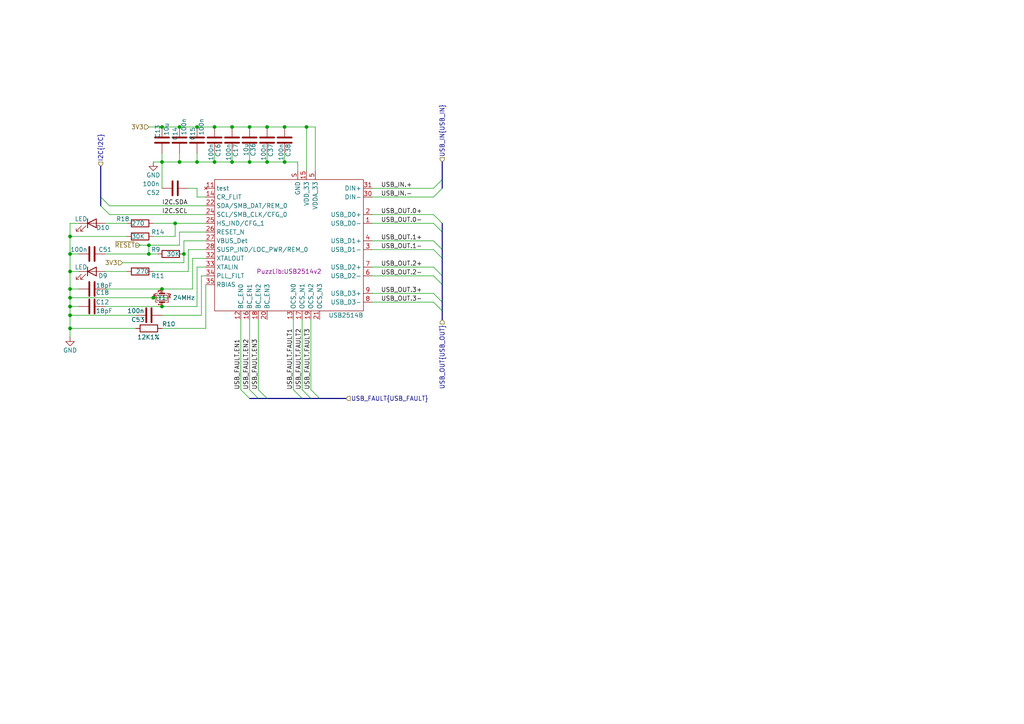
<source format=kicad_sch>
(kicad_sch (version 20250114) (generator "eeschema") (generator_version "9.0")
  (paper "A4")
  (lib_symbols
    (symbol "Device:C" (pin_numbers (hide yes)) (pin_names (offset 0.254))
      (property "Reference" "C" (at 0.635 2.54 0))
      (property "Value" "C" (at 0.635 -2.54 0))
      (symbol "C_0_1"
        (polyline (pts (xy -2.032 0.762) (xy 2.032 0.762)) (stroke (width 0.508)))
        (polyline (pts (xy -2.032 -0.762) (xy 2.032 -0.762)) (stroke (width 0.508)))
      )
      (symbol "C_1_1"
        (pin passive line (at 0 3.81 270) (length 2.794) (name "~") (number "1"))
        (pin passive line (at 0 -3.81 90) (length 2.794) (name "~") (number "2"))
      )
    )
    (symbol "Device:Crystal_GND24_Small" (pin_names (offset 1.016) (hide yes))
      (property "Reference" "Y" (at 1.27 4.445 0))
      (property "Value" "Crystal_GND24_Small" (at 1.27 2.54 0))
      (symbol "Crystal_GND24_Small_0_1"
        (polyline (pts (xy -1.27 1.27) (xy -1.27 1.905) (xy 1.27 1.905) (xy 1.27 1.27)))
        (polyline (pts (xy -1.27 -0.762) (xy -1.27 0.762)) (stroke (width 0.381)))
        (polyline (pts (xy -1.27 -1.27) (xy -1.27 -1.905) (xy 1.27 -1.905) (xy 1.27 -1.27)))
        (rectangle (start -0.762 -1.524) (end 0.762 1.524))
        (polyline (pts (xy 1.27 -0.762) (xy 1.27 0.762)) (stroke (width 0.381)))
      )
      (symbol "Crystal_GND24_Small_1_1"
        (pin passive line (at -2.54 0 0) (length 1.27) (name "1") (number "1"))
        (pin passive line (at 0 2.54 270) (length 0.635) (name "4") (number "4"))
        (pin passive line (at 0 -2.54 90) (length 0.635) (name "2") (number "2"))
        (pin passive line (at 2.54 0 180) (length 1.27) (name "3") (number "3"))
      )
    )
    (symbol "Device:LED" (pin_numbers (hide yes)) (pin_names (offset 1.016) (hide yes))
      (property "Reference" "D" (at 0 2.54 0))
      (property "Value" "LED" (at 0 -2.54 0))
      (symbol "LED_0_1"
        (polyline (pts (xy -3.048 -0.762) (xy -4.572 -2.286) (xy -3.81 -2.286) (xy -4.572 -2.286) (xy -4.572 -1.524)))
        (polyline (pts (xy -1.778 -0.762) (xy -3.302 -2.286) (xy -2.54 -2.286) (xy -3.302 -2.286) (xy -3.302 -1.524)))
        (polyline (pts (xy -1.27 0) (xy 1.27 0)))
        (polyline (pts (xy -1.27 -1.27) (xy -1.27 1.27)) (stroke (width 0.254)))
        (polyline (pts (xy 1.27 -1.27) (xy 1.27 1.27) (xy -1.27 0) (xy 1.27 -1.27)) (stroke (width 0.254)))
      )
      (symbol "LED_1_1"
        (pin passive line (at -3.81 0 0) (length 2.54) (name "K") (number "1"))
        (pin passive line (at 3.81 0 180) (length 2.54) (name "A") (number "2"))
      )
    )
    (symbol "Device:R" (pin_numbers (hide yes)) (pin_names (offset 0))
      (property "Reference" "R" (at 2.032 0 90))
      (property "Value" "R" (at 0 0 90))
      (symbol "R_0_1"
        (rectangle (start -1.016 -2.54) (end 1.016 2.54) (stroke (width 0.254)))
      )
      (symbol "R_1_1"
        (pin passive line (at 0 3.81 270) (length 1.27) (name "~") (number "1"))
        (pin passive line (at 0 -3.81 90) (length 1.27) (name "~") (number "2"))
      )
    )
    (symbol "GND_12" (power) (pin_numbers (hide yes)) (pin_names (offset 0) (hide yes))
      (property "Value" "GND" (at 0 -3.81 0))
      (symbol "GND_12_0_1"
        (polyline (pts (xy 0 0) (xy 0 -1.27) (xy 1.27 -1.27) (xy 0 -2.54) (xy -1.27 -1.27) (xy 0 -1.27)))
      )
      (symbol "GND_12_1_1"
        (pin power_in line (at 0 0 270) (length 0) (name "~") (number "1"))
      )
    )
    (symbol "PuzzLib:USB_2514B"
      (property "Reference" "U" (at 0 0 0))
      (property "Footprint" "PuzzLib:USB2514v2" (at 0 0 0))
      (symbol "USB_2514B_0_1"
        (rectangle (start -21.59 19.05) (end 21.59 -19.05))
      )
      (symbol "USB_2514B_1_1"
        (pin no_connect line (at -24.13 16.51 0) (length 2.54) (name "test") (number "11"))
        (pin input line (at -24.13 13.97 0) (length 2.54) (name "CR_FLIT") (number "14"))
        (pin bidirectional line (at -24.13 11.43 0) (length 2.54) (name "SDA/SMB_DAT/REM_0") (number "22"))
        (pin bidirectional line (at -24.13 8.89 0) (length 2.54) (name "SCL/SMB_CLK/CFG_0") (number "24"))
        (pin bidirectional line (at -24.13 6.35 0) (length 2.54) (name "HS_IND/CFG_1") (number "25"))
        (pin input line (at -24.13 3.81 0) (length 2.54) (name "RESET_N") (number "26"))
        (pin input line (at -24.13 1.27 0) (length 2.54) (name "VBUS_Det") (number "27"))
        (pin bidirectional line (at -24.13 -1.27 0) (length 2.54) (name "SUSP_IND/LOC_PWR/REM_0") (number "28"))
        (pin output line (at -24.13 -3.81 0) (length 2.54) (name "XTALOUT") (number "32"))
        (pin input line (at -24.13 -6.35 0) (length 2.54) (name "XTALIN") (number "33"))
        (pin passive line (at -24.13 -8.89 0) (length 2.54) (name "PLL_FILT") (number "34"))
        (pin passive line (at -24.13 -11.43 0) (length 2.54) (name "RBIAS") (number "35"))
        (pin bidirectional line (at -13.97 -21.59 90) (length 2.54) (name "BC_EN0") (number "12"))
        (pin bidirectional line (at -11.43 -21.59 90) (length 2.54) (name "BC_EN1") (number "16"))
        (pin bidirectional line (at -8.89 -21.59 90) (length 2.54) (name "BC_EN2") (number "18"))
        (pin bidirectional line (at -6.35 -21.59 90) (length 2.54) (name "BC_EN3") (number "20"))
        (pin input line (at 1.27 -21.59 90) (length 2.54) (name "OCS_N0") (number "13"))
        (pin power_in line (at 2.54 21.59 270) (length 2.54) (name "GND") (number "S"))
        (pin input line (at 3.81 -21.59 90) (length 2.54) (name "OCS_N1") (number "17"))
        (pin power_in line (at 5.08 21.59 270) (length 2.54) (name "VDD_33") (number "15"))
        (pin passive line (at 5.08 21.59 270) (length 2.54) (hide yes) (name "VDD_33") (number "23"))
        (pin input line (at 6.35 -21.59 90) (length 2.54) (name "OCS_N2") (number "19"))
        (pin passive line (at 7.62 21.59 270) (length 2.54) (hide yes) (name "VDDA_33") (number "10"))
        (pin passive line (at 7.62 21.59 270) (length 2.54) (hide yes) (name "VDDA_33") (number "29"))
        (pin passive line (at 7.62 21.59 270) (length 2.54) (hide yes) (name "VDDA_33") (number "36"))
        (pin power_in line (at 7.62 21.59 270) (length 2.54) (name "VDDA_33") (number "5"))
        (pin input line (at 8.89 -21.59 90) (length 2.54) (name "OCS_N3") (number "21"))
        (pin input line (at 24.13 16.51 180) (length 2.54) (name "DIN+") (number "31"))
        (pin input line (at 24.13 13.97 180) (length 2.54) (name "DIN-") (number "30"))
        (pin output line (at 24.13 8.89 180) (length 2.54) (name "USB_D0+") (number "2"))
        (pin output line (at 24.13 6.35 180) (length 2.54) (name "USB_D0-") (number "1"))
        (pin output line (at 24.13 1.27 180) (length 2.54) (name "USB_D1+") (number "4"))
        (pin output line (at 24.13 -1.27 180) (length 2.54) (name "USB_D1-") (number "3"))
        (pin output line (at 24.13 -6.35 180) (length 2.54) (name "USB_D2+") (number "7"))
        (pin output line (at 24.13 -8.89 180) (length 2.54) (name "USB_D2-") (number "6"))
        (pin output line (at 24.13 -13.97 180) (length 2.54) (name "USB_D3+") (number "9"))
        (pin output line (at 24.13 -16.51 180) (length 2.54) (name "USB_D3-") (number "8"))
      )
    )
    (symbol "power:GND" (power) (pin_names (offset 0))
      (property "Value" "GND" (at 0 -3.81 0))
      (symbol "GND_0_1"
        (polyline (pts (xy 0 0) (xy 0 -1.27) (xy 1.27 -1.27) (xy 0 -2.54) (xy -1.27 -1.27) (xy 0 -1.27)))
      )
      (symbol "GND_1_1"
        (pin power_in line (at 0 0 270) (length 0) (hide yes) (name "GND") (number "1"))
      )
    )
  )
  (junction (at 57.15 46.99))
  (junction (at 52.07 36.83))
  (junction (at 88.9 36.83))
  (junction (at 77.47 46.99))
  (junction (at 62.23 36.83))
  (junction (at 20.32 91.44))
  (junction (at 44.45 86.36))
  (junction (at 67.31 36.83))
  (junction (at 46.99 88.9))
  (junction (at 50.8 64.77))
  (junction (at 20.32 73.66))
  (junction (at 72.39 36.83))
  (junction (at 57.15 36.83))
  (junction (at 46.99 36.83))
  (junction (at 43.18 71.12))
  (junction (at 67.31 46.99))
  (junction (at 53.34 73.66))
  (junction (at 46.99 83.82))
  (junction (at 52.07 46.99))
  (junction (at 20.32 95.25))
  (junction (at 20.32 83.82))
  (junction (at 46.99 46.99))
  (junction (at 20.32 88.9))
  (junction (at 20.32 86.36))
  (junction (at 20.32 78.74))
  (junction (at 43.18 73.66))
  (junction (at 82.55 46.99))
  (junction (at 77.47 36.83))
  (junction (at 62.23 46.99))
  (junction (at 72.39 46.99))
  (junction (at 82.55 36.83))
  (junction (at 20.32 68.58))
  (bus_entry (at 128.27 82.55) (size -2.54 -2.54))
  (bus_entry (at 87.63 115.57) (size -2.54 -2.54))
  (bus_entry (at 128.27 64.77) (size -2.54 -2.54))
  (bus_entry (at 90.17 115.57) (size -2.54 -2.54))
  (bus_entry (at 74.93 115.57) (size -2.54 -2.54))
  (bus_entry (at 77.47 115.57) (size -2.54 -2.54))
  (bus_entry (at 29.21 57.15) (size 2.54 2.54))
  (bus_entry (at 128.27 80.01) (size -2.54 -2.54))
  (bus_entry (at 128.27 52.07) (size -2.54 2.54))
  (bus_entry (at 128.27 67.31) (size -2.54 -2.54))
  (bus_entry (at 128.27 54.61) (size -2.54 2.54))
  (bus_entry (at 128.27 74.93) (size -2.54 -2.54))
  (bus_entry (at 128.27 87.63) (size -2.54 -2.54))
  (bus_entry (at 92.71 115.57) (size -2.54 -2.54))
  (bus_entry (at 128.27 72.39) (size -2.54 -2.54))
  (bus_entry (at 72.39 115.57) (size -2.54 -2.54))
  (bus_entry (at 128.27 90.17) (size -2.54 -2.54))
  (bus_entry (at 29.21 59.69) (size 2.54 2.54))
  (wire (pts (xy 57.15 54.61) (xy 54.61 54.61)))
  (bus (pts (xy 90.17 115.57) (xy 92.71 115.57)))
  (wire (pts (xy 30.48 64.77) (xy 36.83 64.77)))
  (bus (pts (xy 72.39 115.57) (xy 74.93 115.57)))
  (wire (pts (xy 72.39 92.71) (xy 72.39 113.03)))
  (wire (pts (xy 46.99 88.9) (xy 57.15 88.9)))
  (wire (pts (xy 46.99 46.99) (xy 52.07 46.99)))
  (bus (pts (xy 87.63 115.57) (xy 90.17 115.57)))
  (wire (pts (xy 54.61 72.39) (xy 54.61 78.74)))
  (wire (pts (xy 52.07 71.12) (xy 52.07 67.31)))
  (wire (pts (xy 82.55 46.99) (xy 77.47 46.99)))
  (wire (pts (xy 57.15 77.47) (xy 57.15 88.9)))
  (wire (pts (xy 91.44 36.83) (xy 88.9 36.83)))
  (wire (pts (xy 90.17 92.71) (xy 90.17 113.03)))
  (bus (pts (xy 92.71 115.57) (xy 100.33 115.57)))
  (wire (pts (xy 72.39 46.99) (xy 67.31 46.99)))
  (wire (pts (xy 20.32 73.66) (xy 22.86 73.66)))
  (wire (pts (xy 39.37 71.12) (xy 43.18 71.12)))
  (wire (pts (xy 43.18 71.12) (xy 52.07 71.12)))
  (wire (pts (xy 20.32 88.9) (xy 22.86 88.9)))
  (bus (pts (xy 128.27 82.55) (xy 128.27 87.63)))
  (wire (pts (xy 44.45 68.58) (xy 50.8 68.58)))
  (wire (pts (xy 107.95 62.23) (xy 125.73 62.23)))
  (wire (pts (xy 59.69 82.55) (xy 59.69 95.25)))
  (wire (pts (xy 82.55 46.99) (xy 82.55 44.45)))
  (wire (pts (xy 67.31 36.83) (xy 72.39 36.83)))
  (wire (pts (xy 20.32 95.25) (xy 20.32 97.79)))
  (wire (pts (xy 20.32 78.74) (xy 20.32 83.82)))
  (wire (pts (xy 59.69 57.15) (xy 57.15 57.15)))
  (wire (pts (xy 20.32 95.25) (xy 39.37 95.25)))
  (wire (pts (xy 53.34 73.66) (xy 53.34 69.85)))
  (bus (pts (xy 74.93 115.57) (xy 77.47 115.57)))
  (bus (pts (xy 128.27 87.63) (xy 128.27 90.17)))
  (wire (pts (xy 46.99 36.83) (xy 52.07 36.83)))
  (wire (pts (xy 22.86 64.77) (xy 20.32 64.77)))
  (wire (pts (xy 20.32 83.82) (xy 20.32 86.36)))
  (wire (pts (xy 59.69 77.47) (xy 57.15 77.47)))
  (wire (pts (xy 43.18 36.83) (xy 46.99 36.83)))
  (wire (pts (xy 54.61 78.74) (xy 44.45 78.74)))
  (wire (pts (xy 57.15 57.15) (xy 57.15 54.61)))
  (wire (pts (xy 77.47 46.99) (xy 72.39 46.99)))
  (bus (pts (xy 128.27 67.31) (xy 128.27 72.39)))
  (wire (pts (xy 74.93 92.71) (xy 74.93 113.03)))
  (wire (pts (xy 35.56 76.2) (xy 53.34 76.2)))
  (wire (pts (xy 20.32 78.74) (xy 22.86 78.74)))
  (wire (pts (xy 55.88 74.93) (xy 55.88 83.82)))
  (wire (pts (xy 86.36 46.99) (xy 82.55 46.99)))
  (wire (pts (xy 88.9 49.53) (xy 88.9 36.83)))
  (wire (pts (xy 46.99 46.99) (xy 46.99 44.45)))
  (wire (pts (xy 107.95 64.77) (xy 125.73 64.77)))
  (wire (pts (xy 107.95 69.85) (xy 125.73 69.85)))
  (wire (pts (xy 20.32 91.44) (xy 39.37 91.44)))
  (wire (pts (xy 54.61 72.39) (xy 59.69 72.39)))
  (wire (pts (xy 62.23 46.99) (xy 57.15 46.99)))
  (wire (pts (xy 50.8 68.58) (xy 50.8 64.77)))
  (wire (pts (xy 107.95 77.47) (xy 125.73 77.47)))
  (wire (pts (xy 107.95 72.39) (xy 125.73 72.39)))
  (wire (pts (xy 72.39 46.99) (xy 72.39 44.45)))
  (wire (pts (xy 20.32 86.36) (xy 44.45 86.36)))
  (wire (pts (xy 107.95 57.15) (xy 125.73 57.15)))
  (wire (pts (xy 72.39 36.83) (xy 77.47 36.83)))
  (wire (pts (xy 20.32 64.77) (xy 20.32 68.58)))
  (wire (pts (xy 46.99 91.44) (xy 58.42 91.44)))
  (wire (pts (xy 52.07 46.99) (xy 52.07 44.45)))
  (wire (pts (xy 50.8 64.77) (xy 59.69 64.77)))
  (wire (pts (xy 87.63 92.71) (xy 87.63 113.03)))
  (wire (pts (xy 57.15 46.99) (xy 57.15 44.45)))
  (wire (pts (xy 85.09 92.71) (xy 85.09 113.03)))
  (wire (pts (xy 36.83 78.74) (xy 30.48 78.74)))
  (wire (pts (xy 30.48 83.82) (xy 46.99 83.82)))
  (bus (pts (xy 128.27 74.93) (xy 128.27 80.01)))
  (wire (pts (xy 107.95 87.63) (xy 125.73 87.63)))
  (wire (pts (xy 36.83 68.58) (xy 20.32 68.58)))
  (wire (pts (xy 88.9 36.83) (xy 82.55 36.83)))
  (wire (pts (xy 57.15 36.83) (xy 62.23 36.83)))
  (wire (pts (xy 52.07 67.31) (xy 59.69 67.31)))
  (bus (pts (xy 128.27 90.17) (xy 128.27 92.71)))
  (wire (pts (xy 31.75 62.23) (xy 59.69 62.23)))
  (wire (pts (xy 52.07 46.99) (xy 57.15 46.99)))
  (wire (pts (xy 20.32 86.36) (xy 20.32 88.9)))
  (bus (pts (xy 128.27 52.07) (xy 128.27 54.61)))
  (wire (pts (xy 55.88 74.93) (xy 59.69 74.93)))
  (wire (pts (xy 55.88 83.82) (xy 46.99 83.82)))
  (wire (pts (xy 77.47 46.99) (xy 77.47 44.45)))
  (wire (pts (xy 107.95 80.01) (xy 125.73 80.01)))
  (wire (pts (xy 44.45 86.36) (xy 49.53 86.36)))
  (wire (pts (xy 46.99 95.25) (xy 59.69 95.25)))
  (wire (pts (xy 53.34 69.85) (xy 59.69 69.85)))
  (bus (pts (xy 128.27 46.99) (xy 128.27 52.07)))
  (wire (pts (xy 20.32 73.66) (xy 20.32 78.74)))
  (wire (pts (xy 58.42 80.01) (xy 59.69 80.01)))
  (bus (pts (xy 128.27 64.77) (xy 128.27 67.31)))
  (bus (pts (xy 128.27 72.39) (xy 128.27 74.93)))
  (wire (pts (xy 20.32 68.58) (xy 20.32 73.66)))
  (wire (pts (xy 67.31 46.99) (xy 62.23 46.99)))
  (wire (pts (xy 53.34 73.66) (xy 53.34 76.2)))
  (wire (pts (xy 107.95 54.61) (xy 125.73 54.61)))
  (wire (pts (xy 43.18 73.66) (xy 45.72 73.66)))
  (bus (pts (xy 29.21 57.15) (xy 29.21 48.26)))
  (wire (pts (xy 44.45 64.77) (xy 50.8 64.77)))
  (wire (pts (xy 31.75 59.69) (xy 59.69 59.69)))
  (bus (pts (xy 128.27 80.01) (xy 128.27 82.55)))
  (wire (pts (xy 44.45 46.99) (xy 46.99 46.99)))
  (wire (pts (xy 20.32 88.9) (xy 20.32 91.44)))
  (wire (pts (xy 58.42 91.44) (xy 58.42 80.01)))
  (wire (pts (xy 91.44 49.53) (xy 91.44 36.83)))
  (wire (pts (xy 30.48 88.9) (xy 46.99 88.9)))
  (wire (pts (xy 77.47 36.83) (xy 82.55 36.83)))
  (wire (pts (xy 86.36 49.53) (xy 86.36 46.99)))
  (wire (pts (xy 69.85 92.71) (xy 69.85 113.03)))
  (wire (pts (xy 52.07 36.83) (xy 57.15 36.83)))
  (wire (pts (xy 43.18 71.12) (xy 43.18 73.66)))
  (bus (pts (xy 29.21 57.15) (xy 29.21 59.69)))
  (wire (pts (xy 46.99 46.99) (xy 46.99 54.61)))
  (wire (pts (xy 62.23 46.99) (xy 62.23 44.45)))
  (wire (pts (xy 62.23 36.83) (xy 67.31 36.83)))
  (bus (pts (xy 77.47 115.57) (xy 87.63 115.57)))
  (wire (pts (xy 30.48 73.66) (xy 43.18 73.66)))
  (wire (pts (xy 20.32 83.82) (xy 22.86 83.82)))
  (wire (pts (xy 20.32 91.44) (xy 20.32 95.25)))
  (wire (pts (xy 67.31 46.99) (xy 67.31 44.45)))
  (wire (pts (xy 107.95 85.09) (xy 125.73 85.09)))
  (label "USB_FAULT.FAULT2" (at 87.63 113.03 90))
  (label "USB_OUT.0+" (at 110.49 62.23 0))
  (label "USB_IN.-" (at 110.49 57.15 0))
  (label "I2C.SDA" (at 46.99 59.69 0))
  (label "USB_OUT.2+" (at 110.49 77.47 0))
  (label "USB_FAULT.FAULT1" (at 85.09 113.03 90))
  (label "USB_FAULT.EN1" (at 69.85 113.03 90))
  (label "USB_OUT.2-" (at 110.49 80.01 0))
  (label "USB_OUT.3+" (at 110.49 85.09 0))
  (label "I2C.SCL" (at 46.99 62.23 0))
  (label "USB_OUT.0-" (at 110.49 64.77 0))
  (label "USB_OUT.1-" (at 110.49 72.39 0))
  (label "USB_OUT.3-" (at 110.49 87.63 0))
  (label "USB_FAULT.EN2" (at 72.39 113.03 90))
  (label "USB_FAULT.FAULT3" (at 90.17 113.03 90))
  (label "USB_OUT.1+" (at 110.49 69.85 0))
  (label "USB_IN.+" (at 110.49 54.61 0))
  (label "USB_FAULT.EN3" (at 74.93 113.03 90))
  (hierarchical_label "USB_FAULT{USB_FAULT}" (shape input) (at 100.33 115.57 0))
  (hierarchical_label "~{RESET}" (shape input) (at 40.64 71.12 180))
  (hierarchical_label "3V3" (shape input) (at 43.18 36.83 180))
  (hierarchical_label "USB_OUT{USB_OUT}" (shape input) (at 128.27 92.71 270))
  (hierarchical_label "I2C{I2C}" (shape input) (at 29.21 48.26 90))
  (hierarchical_label "3V3" (shape input) (at 35.56 76.2 180))
  (hierarchical_label "USB_IN{USB_IN}" (shape input) (at 128.27 46.99 90))
  (symbol (lib_id "Device:C") (at 43.18 91.44 270) (unit 1)
    (property "Reference" "C53" (at 40.005 92.71 90))
    (property "Value" "100n" (at 39.37 90.17 90))
    (property "Footprint" "PuzzLib:0603_C" (effects (hide yes)))
  )
  (symbol (lib_id "Device:C") (at 26.67 88.9 270) (unit 1)
    (property "Reference" "C12" (at 29.718 87.63 90))
    (property "Value" "18pF" (at 30.226 90.17 90))
    (property "Footprint" "PuzzLib:0603_C" (effects (hide yes)))
  )
  (symbol (lib_id "Device:C") (at 26.67 73.66 270) (unit 1)
    (property "Reference" "C51" (at 30.48 72.39 90))
    (property "Value" "100n" (at 22.86 72.39 90))
    (property "Footprint" "PuzzLib:0603_C" (effects (hide yes)))
  )
  (symbol (lib_id "Device:R") (at 40.64 64.77 90) (unit 1)
    (property "Reference" "R18" (at 33.655 63.5 90) (effects (justify right)))
    (property "Value" "270" (at 38.1 64.77 90) (effects (justify right)))
    (property "Footprint" "PuzzLib:0603_R" (effects (hide yes)))
  )
  (symbol (lib_id "Device:R") (at 49.53 73.66 90) (unit 1)
    (property "Reference" "R9" (at 43.815 72.39 90) (effects (justify right)))
    (property "Value" "30K" (at 48.26 73.66 90) (effects (justify right)))
    (property "Footprint" "PuzzLib:0603_R" (effects (hide yes)))
  )
  (symbol (lib_id "Device:LED") (at 26.67 64.77 0) (unit 1)
    (property "Reference" "D10" (at 29.845 66.04 0))
    (property "Value" "LED" (at 23.495 63.5 0))
    (property "Footprint" "PuzzLib:LTST_Diode" (effects (hide yes)))
    (property "Description" "Light emitting diode" (effects (hide yes)))
    (property "Sim.Pins" "1=K 2=A" (effects (hide yes)))
  )
  (symbol (lib_id "Device:C") (at 82.55 40.64 180) (unit 1)
    (property "Reference" "C38" (at 83.566 41.656 90) (effects (justify left)))
    (property "Value" "100n" (at 81.534 41.656 90) (effects (justify left)))
    (property "Footprint" "PuzzLib:0603_C" (effects (hide yes)))
  )
  (symbol (lib_id "Device:Crystal_GND24_Small") (at 46.99 86.36 90) (unit 1)
    (property "Reference" "Y1" (at 46.99 86.36 90))
    (property "Value" "24MHz" (at 53.34 86.36 90))
    (property "Footprint" "PuzzLib:FA-128_OSC" (effects (hide yes)))
    (property "Description" "Four pin crystal, GND on pins 2 and 4, small symbol" (effects (hide yes)))
  )
  (symbol (lib_id "Device:C") (at 77.47 40.64 180) (unit 1)
    (property "Reference" "C37" (at 78.486 41.656 90) (effects (justify left)))
    (property "Value" "100n" (at 76.454 41.656 90) (effects (justify left)))
    (property "Footprint" "PuzzLib:0603_C" (effects (hide yes)))
  )
  (symbol (lib_id "Device:C") (at 62.23 40.64 180) (unit 1)
    (property "Reference" "C16" (at 63.246 41.656 90) (effects (justify left)))
    (property "Value" "100n" (at 61.214 41.656 90) (effects (justify left)))
    (property "Footprint" "PuzzLib:0603_C" (effects (hide yes)))
  )
  (symbol (lib_id "Device:R") (at 40.64 78.74 90) (unit 1)
    (property "Reference" "R11" (at 43.815 80.01 90) (effects (justify right)))
    (property "Value" "270" (at 39.37 78.74 90) (effects (justify right)))
    (property "Footprint" "PuzzLib:0603_R" (effects (hide yes)))
  )
  (symbol (lib_id "Device:LED") (at 26.67 78.74 0) (unit 1)
    (property "Reference" "D9" (at 29.845 80.01 0))
    (property "Value" "LED" (at 23.495 77.47 0))
    (property "Footprint" "PuzzLib:LTST_Diode" (effects (hide yes)))
    (property "Description" "Light emitting diode" (effects (hide yes)))
    (property "Sim.Pins" "1=K 2=A" (effects (hide yes)))
  )
  (symbol (lib_id "Device:C") (at 57.15 40.64 180) (unit 1)
    (property "Reference" "C15" (at 55.88 36.83 90) (effects (justify left)))
    (property "Value" "100n" (at 58.42 34.29 90) (effects (justify left)))
    (property "Footprint" "PuzzLib:0603_C" (effects (hide yes)))
  )
  (symbol (lib_id "power:GND") (at 44.45 46.99 0) (unit 1)
    (property "Reference" "#PWR07" (effects (hide yes)))
    (property "Value" "GND" (at 44.45 50.8 0))
  )
  (symbol (lib_name "GND_12") (lib_id "power:GND") (at 20.32 97.79 0) (unit 1)
    (property "Reference" "#PWR020" (effects (hide yes)))
    (property "Value" "GND" (at 20.32 101.6 0))
    (property "Description" "Power symbol creates a global label with name \"GND\" , ground" (effects (hide yes)))
  )
  (symbol (lib_id "Device:R") (at 40.64 68.58 90) (unit 1)
    (property "Reference" "R14" (at 43.815 67.31 90) (effects (justify right)))
    (property "Value" "30K" (at 38.1 68.58 90) (effects (justify right)))
    (property "Footprint" "PuzzLib:0603_R" (effects (hide yes)))
  )
  (symbol (lib_id "PuzzLib:USB_2514B") (at 83.82 71.12 0) (unit 1)
    (property "Reference" "U5" (effects (hide yes)))
    (property "Value" "USB2514B" (at 100.33 91.44 0))
    (property "Footprint" "PuzzLib:USB2514v2" (at 83.82 78.74 0))
  )
  (symbol (lib_id "Device:C") (at 26.67 83.82 270) (unit 1)
    (property "Reference" "C18" (at 29.718 84.836 90))
    (property "Value" "18pF" (at 30.226 82.804 90))
    (property "Footprint" "PuzzLib:0603_C" (effects (hide yes)))
  )
  (symbol (lib_id "Device:C") (at 50.8 54.61 270) (unit 1)
    (property "Reference" "C52" (at 44.45 55.88 90))
    (property "Value" "100n" (at 43.815 53.34 90))
    (property "Footprint" "PuzzLib:0603_C" (effects (hide yes)))
  )
  (symbol (lib_id "Device:C") (at 46.99 40.64 180) (unit 1)
    (property "Reference" "C13" (at 45.72 38.1 90))
    (property "Value" "10u" (at 48.26 37.465 90))
    (property "Footprint" "PuzzLib:0603_C" (effects (hide yes)))
  )
  (symbol (lib_id "Device:R") (at 43.18 95.25 270) (unit 1)
    (property "Reference" "R10" (at 46.99 93.98 90) (effects (justify left)))
    (property "Value" "12K1%" (at 46.355 97.79 90) (effects (justify right)))
    (property "Footprint" "PuzzLib:0603_R" (effects (hide yes)))
  )
  (symbol (lib_id "Device:C") (at 67.31 40.64 180) (unit 1)
    (property "Reference" "C17" (at 68.326 41.656 90) (effects (justify left)))
    (property "Value" "100n" (at 66.294 41.656 90) (effects (justify left)))
    (property "Footprint" "PuzzLib:0603_C" (effects (hide yes)))
  )
  (symbol (lib_id "Device:C") (at 52.07 40.64 180) (unit 1)
    (property "Reference" "C14" (at 50.8 36.83 90) (effects (justify left)))
    (property "Value" "100n" (at 53.34 34.29 90) (effects (justify left)))
    (property "Footprint" "PuzzLib:0603_C" (effects (hide yes)))
  )
  (symbol (lib_id "Device:C") (at 72.39 40.64 180) (unit 1)
    (property "Reference" "C36" (at 73.406 43.434 90))
    (property "Value" "10u" (at 71.374 43.434 90))
    (property "Footprint" "PuzzLib:0603_C" (effects (hide yes)))
  )
)
</source>
